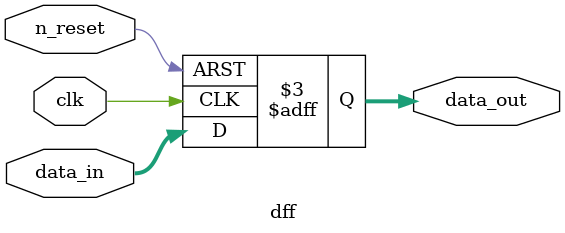
<source format=v>
`default_nettype none

module dff (
    clk,
    data_in,
    n_reset,
    data_out
);

    input wire clk;
    input wire[3:0] data_in;
    input wire n_reset;
    output reg[3:0] data_out;

    always @ (posedge clk or negedge n_reset) begin
        if (~n_reset) begin
            data_out <= 4'b0;
        end else begin
            data_out <= data_in;
        end
    end
endmodule

</source>
